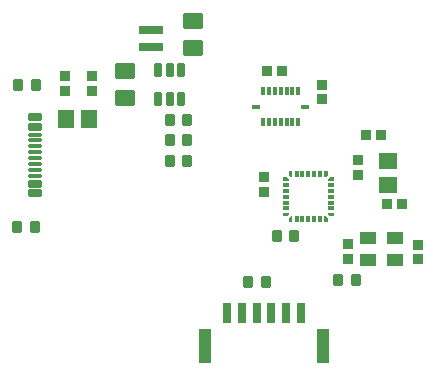
<source format=gbr>
%TF.GenerationSoftware,Altium Limited,Altium Designer,24.4.1 (13)*%
G04 Layer_Color=8421504*
%FSLAX45Y45*%
%MOMM*%
%TF.SameCoordinates,B8B7DE2E-4358-4D64-837E-663932822D10*%
%TF.FilePolarity,Positive*%
%TF.FileFunction,Paste,Top*%
%TF.Part,Single*%
G01*
G75*
%TA.AperFunction,SMDPad,CuDef*%
%ADD11R,2.00000X0.70000*%
G04:AMPARAMS|DCode=12|XSize=1.4mm|YSize=1.7mm|CornerRadius=0.175mm|HoleSize=0mm|Usage=FLASHONLY|Rotation=270.000|XOffset=0mm|YOffset=0mm|HoleType=Round|Shape=RoundedRectangle|*
%AMROUNDEDRECTD12*
21,1,1.40000,1.35000,0,0,270.0*
21,1,1.05000,1.70000,0,0,270.0*
1,1,0.35000,-0.67500,-0.52500*
1,1,0.35000,-0.67500,0.52500*
1,1,0.35000,0.67500,0.52500*
1,1,0.35000,0.67500,-0.52500*
%
%ADD12ROUNDEDRECTD12*%
%TA.AperFunction,TestPad*%
G04:AMPARAMS|DCode=13|XSize=0.3mm|YSize=1.15mm|CornerRadius=0.0375mm|HoleSize=0mm|Usage=FLASHONLY|Rotation=270.000|XOffset=0mm|YOffset=0mm|HoleType=Round|Shape=RoundedRectangle|*
%AMROUNDEDRECTD13*
21,1,0.30000,1.07500,0,0,270.0*
21,1,0.22500,1.15000,0,0,270.0*
1,1,0.07500,-0.53750,-0.11250*
1,1,0.07500,-0.53750,0.11250*
1,1,0.07500,0.53750,0.11250*
1,1,0.07500,0.53750,-0.11250*
%
%ADD13ROUNDEDRECTD13*%
G04:AMPARAMS|DCode=14|XSize=0.6mm|YSize=1.15mm|CornerRadius=0.075mm|HoleSize=0mm|Usage=FLASHONLY|Rotation=270.000|XOffset=0mm|YOffset=0mm|HoleType=Round|Shape=RoundedRectangle|*
%AMROUNDEDRECTD14*
21,1,0.60000,1.00000,0,0,270.0*
21,1,0.45000,1.15000,0,0,270.0*
1,1,0.15000,-0.50000,-0.22500*
1,1,0.15000,-0.50000,0.22500*
1,1,0.15000,0.50000,0.22500*
1,1,0.15000,0.50000,-0.22500*
%
%ADD14ROUNDEDRECTD14*%
%TA.AperFunction,SMDPad,CuDef*%
G04:AMPARAMS|DCode=15|XSize=0.8mm|YSize=1mm|CornerRadius=0.1mm|HoleSize=0mm|Usage=FLASHONLY|Rotation=180.000|XOffset=0mm|YOffset=0mm|HoleType=Round|Shape=RoundedRectangle|*
%AMROUNDEDRECTD15*
21,1,0.80000,0.80000,0,0,180.0*
21,1,0.60000,1.00000,0,0,180.0*
1,1,0.20000,-0.30000,0.40000*
1,1,0.20000,0.30000,0.40000*
1,1,0.20000,0.30000,-0.40000*
1,1,0.20000,-0.30000,-0.40000*
%
%ADD15ROUNDEDRECTD15*%
%ADD16R,0.95000X0.95000*%
%ADD17R,0.30000X0.25000*%
%ADD18R,0.25000X0.30000*%
%ADD19R,0.55000X0.30000*%
%ADD20R,0.30000X0.55000*%
G04:AMPARAMS|DCode=21|XSize=1.3mm|YSize=1.1mm|CornerRadius=0.055mm|HoleSize=0mm|Usage=FLASHONLY|Rotation=180.000|XOffset=0mm|YOffset=0mm|HoleType=Round|Shape=RoundedRectangle|*
%AMROUNDEDRECTD21*
21,1,1.30000,0.99000,0,0,180.0*
21,1,1.19000,1.10000,0,0,180.0*
1,1,0.11000,-0.59500,0.49500*
1,1,0.11000,0.59500,0.49500*
1,1,0.11000,0.59500,-0.49500*
1,1,0.11000,-0.59500,-0.49500*
%
%ADD21ROUNDEDRECTD21*%
%ADD22R,0.95000X0.95000*%
%ADD23R,0.75000X0.30000*%
%ADD24R,0.30000X0.75000*%
%TA.AperFunction,ConnectorPad*%
%ADD25R,0.65000X1.70000*%
%ADD26R,1.00000X2.90000*%
%TA.AperFunction,SMDPad,CuDef*%
%ADD27R,1.57000X1.33000*%
G04:AMPARAMS|DCode=28|XSize=0.6mm|YSize=1.2mm|CornerRadius=0.075mm|HoleSize=0mm|Usage=FLASHONLY|Rotation=180.000|XOffset=0mm|YOffset=0mm|HoleType=Round|Shape=RoundedRectangle|*
%AMROUNDEDRECTD28*
21,1,0.60000,1.05000,0,0,180.0*
21,1,0.45000,1.20000,0,0,180.0*
1,1,0.15000,-0.22500,0.52500*
1,1,0.15000,0.22500,0.52500*
1,1,0.15000,0.22500,-0.52500*
1,1,0.15000,-0.22500,-0.52500*
%
%ADD28ROUNDEDRECTD28*%
%ADD29R,1.33000X1.57000*%
G36*
X595000Y-235500D02*
X580500Y-250000D01*
X545000D01*
Y-220000D01*
X595000D01*
Y-235500D01*
D02*
G37*
G36*
X625000Y-300000D02*
X595000D01*
Y-264500D01*
X609500Y-250000D01*
X625000D01*
Y-300000D01*
D02*
G37*
G36*
Y80000D02*
X609500D01*
X595000Y94500D01*
Y130000D01*
X625000D01*
Y80000D01*
D02*
G37*
G36*
X595000Y65500D02*
Y50000D01*
X545000D01*
Y80000D01*
X580500D01*
X595000Y65500D01*
D02*
G37*
G36*
X975000Y-250000D02*
X939500D01*
X925000Y-235500D01*
Y-220000D01*
X975000D01*
Y-250000D01*
D02*
G37*
G36*
X925000Y-264500D02*
Y-300000D01*
X895000D01*
Y-250000D01*
X910500D01*
X925000Y-264500D01*
D02*
G37*
G36*
Y94500D02*
X910500Y80000D01*
X895000D01*
Y130000D01*
X925000D01*
Y94500D01*
D02*
G37*
G36*
X975000Y50000D02*
X925000D01*
Y65500D01*
X939500Y80000D01*
X975000D01*
Y50000D01*
D02*
G37*
D11*
X-575000Y1322500D02*
D03*
Y1177500D02*
D03*
D12*
X-790000Y979300D02*
D03*
Y750700D02*
D03*
X-215000Y1175700D02*
D03*
Y1404300D02*
D03*
D13*
X-1552250Y290000D02*
D03*
Y240000D02*
D03*
Y190000D02*
D03*
Y340000D02*
D03*
Y390000D02*
D03*
Y440000D02*
D03*
Y140000D02*
D03*
Y90000D02*
D03*
D14*
Y505000D02*
D03*
Y585000D02*
D03*
Y25000D02*
D03*
Y-55000D02*
D03*
D15*
X492500Y-417500D02*
D03*
X642500D02*
D03*
X-1705000Y-340000D02*
D03*
X-1555000D02*
D03*
X400000Y-810000D02*
D03*
X250000D02*
D03*
X1162500Y-787500D02*
D03*
X1012500D02*
D03*
X-265000Y215000D02*
D03*
X-415000D02*
D03*
X-415000Y565000D02*
D03*
X-265000D02*
D03*
X-415000Y390000D02*
D03*
X-265000D02*
D03*
X-1695000Y860000D02*
D03*
X-1545000D02*
D03*
D16*
X1180000Y222500D02*
D03*
Y97500D02*
D03*
X1095000Y-485000D02*
D03*
Y-610000D02*
D03*
X1685000Y-617500D02*
D03*
Y-492500D02*
D03*
X385000Y77500D02*
D03*
Y-47500D02*
D03*
X875000Y862500D02*
D03*
Y737500D02*
D03*
X-1075000Y937500D02*
D03*
Y812500D02*
D03*
X-1300000Y937500D02*
D03*
Y812500D02*
D03*
D17*
X565000Y-235000D02*
D03*
X955000Y65000D02*
D03*
X565000D02*
D03*
X955000Y-235000D02*
D03*
D18*
X610000Y110000D02*
D03*
X910000Y-280000D02*
D03*
X610000D02*
D03*
X910000Y110000D02*
D03*
D19*
X947500Y-185000D02*
D03*
Y-135000D02*
D03*
Y-85000D02*
D03*
Y-35000D02*
D03*
Y15000D02*
D03*
X572500D02*
D03*
Y-35000D02*
D03*
Y-85000D02*
D03*
Y-135000D02*
D03*
Y-185000D02*
D03*
D20*
X860000Y102500D02*
D03*
X810000D02*
D03*
X760000D02*
D03*
X710000D02*
D03*
X660000D02*
D03*
Y-272500D02*
D03*
X710000D02*
D03*
X760000D02*
D03*
X810000D02*
D03*
X860000D02*
D03*
D21*
X1262500Y-435000D02*
D03*
Y-625000D02*
D03*
X1492500Y-435000D02*
D03*
Y-625000D02*
D03*
D22*
X1550000Y-147500D02*
D03*
X1425000D02*
D03*
X537500Y975000D02*
D03*
X412500D02*
D03*
X1247500Y440000D02*
D03*
X1372500D02*
D03*
D23*
X320000Y675000D02*
D03*
X730000D02*
D03*
D24*
X375000Y545000D02*
D03*
X425000D02*
D03*
X475000D02*
D03*
X525000D02*
D03*
X575000D02*
D03*
X625000D02*
D03*
X675000D02*
D03*
Y805000D02*
D03*
X625000D02*
D03*
X575000D02*
D03*
X525000D02*
D03*
X475000D02*
D03*
X425000D02*
D03*
X375000D02*
D03*
D25*
X72500Y-1070000D02*
D03*
X197500D02*
D03*
X447500D02*
D03*
X572500D02*
D03*
X322500D02*
D03*
X697500D02*
D03*
D26*
X-112500Y-1350000D02*
D03*
X882500D02*
D03*
D27*
X1435000Y213500D02*
D03*
Y16500D02*
D03*
D28*
X-320000Y745000D02*
D03*
X-415000D02*
D03*
X-510000D02*
D03*
Y985000D02*
D03*
X-415000D02*
D03*
X-320000D02*
D03*
D29*
X-1293500Y572500D02*
D03*
X-1096500D02*
D03*
%TF.MD5,12c06677257902a364d5c121653a16a7*%
M02*

</source>
